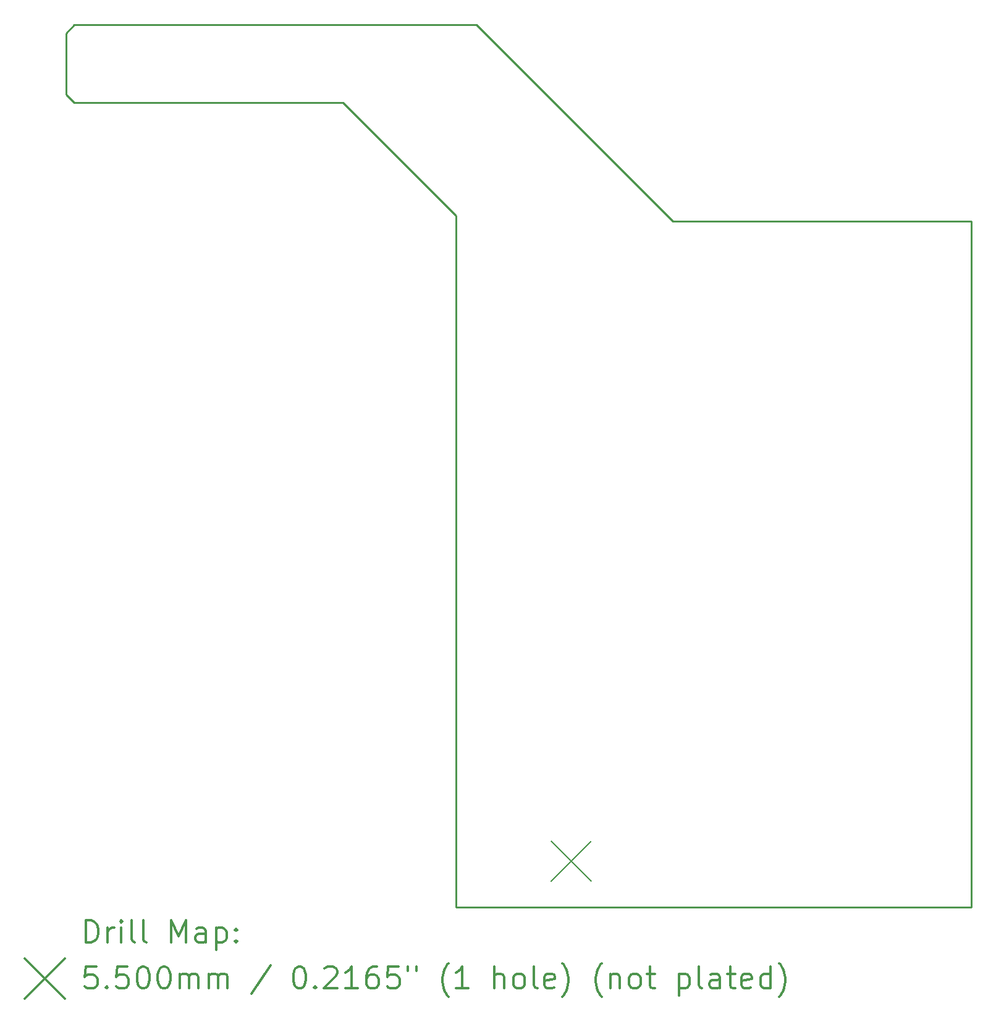
<source format=gbr>
%FSLAX45Y45*%
G04 Gerber Fmt 4.5, Leading zero omitted, Abs format (unit mm)*
G04 Created by KiCad (PCBNEW 5.1.10-1.fc33) date 2021-07-28 00:52:46*
%MOMM*%
%LPD*%
G01*
G04 APERTURE LIST*
%TA.AperFunction,Profile*%
%ADD10C,0.254000*%
%TD*%
%ADD11C,0.200000*%
%ADD12C,0.300000*%
G04 APERTURE END LIST*
D10*
X12268200Y-15475800D02*
X19329400Y-15475800D01*
X19329400Y-15475800D02*
X19329400Y-6077800D01*
X19329400Y-6077800D02*
X15240000Y-6077800D01*
X15240000Y-6077800D02*
X12547600Y-3385400D01*
X12547600Y-3385400D02*
X7035800Y-3385400D01*
X7035800Y-3385400D02*
X6921500Y-3499700D01*
X6921500Y-3499700D02*
X6921500Y-4337900D01*
X6921500Y-4337900D02*
X7035800Y-4452200D01*
X7035800Y-4452200D02*
X10718800Y-4452200D01*
X10718800Y-4452200D02*
X12268200Y-6001600D01*
X12268200Y-6001600D02*
X12268200Y-15475800D01*
D11*
X13568000Y-14565800D02*
X14118000Y-15115800D01*
X14118000Y-14565800D02*
X13568000Y-15115800D01*
D12*
X7195228Y-15954214D02*
X7195228Y-15654214D01*
X7266657Y-15654214D01*
X7309514Y-15668500D01*
X7338086Y-15697071D01*
X7352371Y-15725643D01*
X7366657Y-15782786D01*
X7366657Y-15825643D01*
X7352371Y-15882786D01*
X7338086Y-15911357D01*
X7309514Y-15939929D01*
X7266657Y-15954214D01*
X7195228Y-15954214D01*
X7495228Y-15954214D02*
X7495228Y-15754214D01*
X7495228Y-15811357D02*
X7509514Y-15782786D01*
X7523800Y-15768500D01*
X7552371Y-15754214D01*
X7580943Y-15754214D01*
X7680943Y-15954214D02*
X7680943Y-15754214D01*
X7680943Y-15654214D02*
X7666657Y-15668500D01*
X7680943Y-15682786D01*
X7695228Y-15668500D01*
X7680943Y-15654214D01*
X7680943Y-15682786D01*
X7866657Y-15954214D02*
X7838086Y-15939929D01*
X7823800Y-15911357D01*
X7823800Y-15654214D01*
X8023800Y-15954214D02*
X7995228Y-15939929D01*
X7980943Y-15911357D01*
X7980943Y-15654214D01*
X8366657Y-15954214D02*
X8366657Y-15654214D01*
X8466657Y-15868500D01*
X8566657Y-15654214D01*
X8566657Y-15954214D01*
X8838086Y-15954214D02*
X8838086Y-15797071D01*
X8823800Y-15768500D01*
X8795228Y-15754214D01*
X8738086Y-15754214D01*
X8709514Y-15768500D01*
X8838086Y-15939929D02*
X8809514Y-15954214D01*
X8738086Y-15954214D01*
X8709514Y-15939929D01*
X8695228Y-15911357D01*
X8695228Y-15882786D01*
X8709514Y-15854214D01*
X8738086Y-15839929D01*
X8809514Y-15839929D01*
X8838086Y-15825643D01*
X8980943Y-15754214D02*
X8980943Y-16054214D01*
X8980943Y-15768500D02*
X9009514Y-15754214D01*
X9066657Y-15754214D01*
X9095228Y-15768500D01*
X9109514Y-15782786D01*
X9123800Y-15811357D01*
X9123800Y-15897071D01*
X9109514Y-15925643D01*
X9095228Y-15939929D01*
X9066657Y-15954214D01*
X9009514Y-15954214D01*
X8980943Y-15939929D01*
X9252371Y-15925643D02*
X9266657Y-15939929D01*
X9252371Y-15954214D01*
X9238086Y-15939929D01*
X9252371Y-15925643D01*
X9252371Y-15954214D01*
X9252371Y-15768500D02*
X9266657Y-15782786D01*
X9252371Y-15797071D01*
X9238086Y-15782786D01*
X9252371Y-15768500D01*
X9252371Y-15797071D01*
X6358800Y-16173500D02*
X6908800Y-16723500D01*
X6908800Y-16173500D02*
X6358800Y-16723500D01*
X7338086Y-16284214D02*
X7195228Y-16284214D01*
X7180943Y-16427071D01*
X7195228Y-16412786D01*
X7223800Y-16398500D01*
X7295228Y-16398500D01*
X7323800Y-16412786D01*
X7338086Y-16427071D01*
X7352371Y-16455643D01*
X7352371Y-16527071D01*
X7338086Y-16555643D01*
X7323800Y-16569929D01*
X7295228Y-16584214D01*
X7223800Y-16584214D01*
X7195228Y-16569929D01*
X7180943Y-16555643D01*
X7480943Y-16555643D02*
X7495228Y-16569929D01*
X7480943Y-16584214D01*
X7466657Y-16569929D01*
X7480943Y-16555643D01*
X7480943Y-16584214D01*
X7766657Y-16284214D02*
X7623800Y-16284214D01*
X7609514Y-16427071D01*
X7623800Y-16412786D01*
X7652371Y-16398500D01*
X7723800Y-16398500D01*
X7752371Y-16412786D01*
X7766657Y-16427071D01*
X7780943Y-16455643D01*
X7780943Y-16527071D01*
X7766657Y-16555643D01*
X7752371Y-16569929D01*
X7723800Y-16584214D01*
X7652371Y-16584214D01*
X7623800Y-16569929D01*
X7609514Y-16555643D01*
X7966657Y-16284214D02*
X7995228Y-16284214D01*
X8023800Y-16298500D01*
X8038086Y-16312786D01*
X8052371Y-16341357D01*
X8066657Y-16398500D01*
X8066657Y-16469929D01*
X8052371Y-16527071D01*
X8038086Y-16555643D01*
X8023800Y-16569929D01*
X7995228Y-16584214D01*
X7966657Y-16584214D01*
X7938086Y-16569929D01*
X7923800Y-16555643D01*
X7909514Y-16527071D01*
X7895228Y-16469929D01*
X7895228Y-16398500D01*
X7909514Y-16341357D01*
X7923800Y-16312786D01*
X7938086Y-16298500D01*
X7966657Y-16284214D01*
X8252371Y-16284214D02*
X8280943Y-16284214D01*
X8309514Y-16298500D01*
X8323800Y-16312786D01*
X8338086Y-16341357D01*
X8352371Y-16398500D01*
X8352371Y-16469929D01*
X8338086Y-16527071D01*
X8323800Y-16555643D01*
X8309514Y-16569929D01*
X8280943Y-16584214D01*
X8252371Y-16584214D01*
X8223800Y-16569929D01*
X8209514Y-16555643D01*
X8195228Y-16527071D01*
X8180943Y-16469929D01*
X8180943Y-16398500D01*
X8195228Y-16341357D01*
X8209514Y-16312786D01*
X8223800Y-16298500D01*
X8252371Y-16284214D01*
X8480943Y-16584214D02*
X8480943Y-16384214D01*
X8480943Y-16412786D02*
X8495228Y-16398500D01*
X8523800Y-16384214D01*
X8566657Y-16384214D01*
X8595228Y-16398500D01*
X8609514Y-16427071D01*
X8609514Y-16584214D01*
X8609514Y-16427071D02*
X8623800Y-16398500D01*
X8652371Y-16384214D01*
X8695228Y-16384214D01*
X8723800Y-16398500D01*
X8738086Y-16427071D01*
X8738086Y-16584214D01*
X8880943Y-16584214D02*
X8880943Y-16384214D01*
X8880943Y-16412786D02*
X8895228Y-16398500D01*
X8923800Y-16384214D01*
X8966657Y-16384214D01*
X8995228Y-16398500D01*
X9009514Y-16427071D01*
X9009514Y-16584214D01*
X9009514Y-16427071D02*
X9023800Y-16398500D01*
X9052371Y-16384214D01*
X9095228Y-16384214D01*
X9123800Y-16398500D01*
X9138086Y-16427071D01*
X9138086Y-16584214D01*
X9723800Y-16269929D02*
X9466657Y-16655643D01*
X10109514Y-16284214D02*
X10138086Y-16284214D01*
X10166657Y-16298500D01*
X10180943Y-16312786D01*
X10195228Y-16341357D01*
X10209514Y-16398500D01*
X10209514Y-16469929D01*
X10195228Y-16527071D01*
X10180943Y-16555643D01*
X10166657Y-16569929D01*
X10138086Y-16584214D01*
X10109514Y-16584214D01*
X10080943Y-16569929D01*
X10066657Y-16555643D01*
X10052371Y-16527071D01*
X10038086Y-16469929D01*
X10038086Y-16398500D01*
X10052371Y-16341357D01*
X10066657Y-16312786D01*
X10080943Y-16298500D01*
X10109514Y-16284214D01*
X10338086Y-16555643D02*
X10352371Y-16569929D01*
X10338086Y-16584214D01*
X10323800Y-16569929D01*
X10338086Y-16555643D01*
X10338086Y-16584214D01*
X10466657Y-16312786D02*
X10480943Y-16298500D01*
X10509514Y-16284214D01*
X10580943Y-16284214D01*
X10609514Y-16298500D01*
X10623800Y-16312786D01*
X10638086Y-16341357D01*
X10638086Y-16369929D01*
X10623800Y-16412786D01*
X10452371Y-16584214D01*
X10638086Y-16584214D01*
X10923800Y-16584214D02*
X10752371Y-16584214D01*
X10838086Y-16584214D02*
X10838086Y-16284214D01*
X10809514Y-16327071D01*
X10780943Y-16355643D01*
X10752371Y-16369929D01*
X11180943Y-16284214D02*
X11123800Y-16284214D01*
X11095228Y-16298500D01*
X11080943Y-16312786D01*
X11052371Y-16355643D01*
X11038086Y-16412786D01*
X11038086Y-16527071D01*
X11052371Y-16555643D01*
X11066657Y-16569929D01*
X11095228Y-16584214D01*
X11152371Y-16584214D01*
X11180943Y-16569929D01*
X11195228Y-16555643D01*
X11209514Y-16527071D01*
X11209514Y-16455643D01*
X11195228Y-16427071D01*
X11180943Y-16412786D01*
X11152371Y-16398500D01*
X11095228Y-16398500D01*
X11066657Y-16412786D01*
X11052371Y-16427071D01*
X11038086Y-16455643D01*
X11480943Y-16284214D02*
X11338086Y-16284214D01*
X11323800Y-16427071D01*
X11338086Y-16412786D01*
X11366657Y-16398500D01*
X11438086Y-16398500D01*
X11466657Y-16412786D01*
X11480943Y-16427071D01*
X11495228Y-16455643D01*
X11495228Y-16527071D01*
X11480943Y-16555643D01*
X11466657Y-16569929D01*
X11438086Y-16584214D01*
X11366657Y-16584214D01*
X11338086Y-16569929D01*
X11323800Y-16555643D01*
X11609514Y-16284214D02*
X11609514Y-16341357D01*
X11723800Y-16284214D02*
X11723800Y-16341357D01*
X12166657Y-16698500D02*
X12152371Y-16684214D01*
X12123800Y-16641357D01*
X12109514Y-16612786D01*
X12095228Y-16569929D01*
X12080943Y-16498500D01*
X12080943Y-16441357D01*
X12095228Y-16369929D01*
X12109514Y-16327071D01*
X12123800Y-16298500D01*
X12152371Y-16255643D01*
X12166657Y-16241357D01*
X12438086Y-16584214D02*
X12266657Y-16584214D01*
X12352371Y-16584214D02*
X12352371Y-16284214D01*
X12323800Y-16327071D01*
X12295228Y-16355643D01*
X12266657Y-16369929D01*
X12795228Y-16584214D02*
X12795228Y-16284214D01*
X12923800Y-16584214D02*
X12923800Y-16427071D01*
X12909514Y-16398500D01*
X12880943Y-16384214D01*
X12838086Y-16384214D01*
X12809514Y-16398500D01*
X12795228Y-16412786D01*
X13109514Y-16584214D02*
X13080943Y-16569929D01*
X13066657Y-16555643D01*
X13052371Y-16527071D01*
X13052371Y-16441357D01*
X13066657Y-16412786D01*
X13080943Y-16398500D01*
X13109514Y-16384214D01*
X13152371Y-16384214D01*
X13180943Y-16398500D01*
X13195228Y-16412786D01*
X13209514Y-16441357D01*
X13209514Y-16527071D01*
X13195228Y-16555643D01*
X13180943Y-16569929D01*
X13152371Y-16584214D01*
X13109514Y-16584214D01*
X13380943Y-16584214D02*
X13352371Y-16569929D01*
X13338086Y-16541357D01*
X13338086Y-16284214D01*
X13609514Y-16569929D02*
X13580943Y-16584214D01*
X13523800Y-16584214D01*
X13495228Y-16569929D01*
X13480943Y-16541357D01*
X13480943Y-16427071D01*
X13495228Y-16398500D01*
X13523800Y-16384214D01*
X13580943Y-16384214D01*
X13609514Y-16398500D01*
X13623800Y-16427071D01*
X13623800Y-16455643D01*
X13480943Y-16484214D01*
X13723800Y-16698500D02*
X13738086Y-16684214D01*
X13766657Y-16641357D01*
X13780943Y-16612786D01*
X13795228Y-16569929D01*
X13809514Y-16498500D01*
X13809514Y-16441357D01*
X13795228Y-16369929D01*
X13780943Y-16327071D01*
X13766657Y-16298500D01*
X13738086Y-16255643D01*
X13723800Y-16241357D01*
X14266657Y-16698500D02*
X14252371Y-16684214D01*
X14223800Y-16641357D01*
X14209514Y-16612786D01*
X14195228Y-16569929D01*
X14180943Y-16498500D01*
X14180943Y-16441357D01*
X14195228Y-16369929D01*
X14209514Y-16327071D01*
X14223800Y-16298500D01*
X14252371Y-16255643D01*
X14266657Y-16241357D01*
X14380943Y-16384214D02*
X14380943Y-16584214D01*
X14380943Y-16412786D02*
X14395228Y-16398500D01*
X14423800Y-16384214D01*
X14466657Y-16384214D01*
X14495228Y-16398500D01*
X14509514Y-16427071D01*
X14509514Y-16584214D01*
X14695228Y-16584214D02*
X14666657Y-16569929D01*
X14652371Y-16555643D01*
X14638086Y-16527071D01*
X14638086Y-16441357D01*
X14652371Y-16412786D01*
X14666657Y-16398500D01*
X14695228Y-16384214D01*
X14738086Y-16384214D01*
X14766657Y-16398500D01*
X14780943Y-16412786D01*
X14795228Y-16441357D01*
X14795228Y-16527071D01*
X14780943Y-16555643D01*
X14766657Y-16569929D01*
X14738086Y-16584214D01*
X14695228Y-16584214D01*
X14880943Y-16384214D02*
X14995228Y-16384214D01*
X14923800Y-16284214D02*
X14923800Y-16541357D01*
X14938086Y-16569929D01*
X14966657Y-16584214D01*
X14995228Y-16584214D01*
X15323800Y-16384214D02*
X15323800Y-16684214D01*
X15323800Y-16398500D02*
X15352371Y-16384214D01*
X15409514Y-16384214D01*
X15438086Y-16398500D01*
X15452371Y-16412786D01*
X15466657Y-16441357D01*
X15466657Y-16527071D01*
X15452371Y-16555643D01*
X15438086Y-16569929D01*
X15409514Y-16584214D01*
X15352371Y-16584214D01*
X15323800Y-16569929D01*
X15638086Y-16584214D02*
X15609514Y-16569929D01*
X15595228Y-16541357D01*
X15595228Y-16284214D01*
X15880943Y-16584214D02*
X15880943Y-16427071D01*
X15866657Y-16398500D01*
X15838086Y-16384214D01*
X15780943Y-16384214D01*
X15752371Y-16398500D01*
X15880943Y-16569929D02*
X15852371Y-16584214D01*
X15780943Y-16584214D01*
X15752371Y-16569929D01*
X15738086Y-16541357D01*
X15738086Y-16512786D01*
X15752371Y-16484214D01*
X15780943Y-16469929D01*
X15852371Y-16469929D01*
X15880943Y-16455643D01*
X15980943Y-16384214D02*
X16095228Y-16384214D01*
X16023800Y-16284214D02*
X16023800Y-16541357D01*
X16038086Y-16569929D01*
X16066657Y-16584214D01*
X16095228Y-16584214D01*
X16309514Y-16569929D02*
X16280943Y-16584214D01*
X16223800Y-16584214D01*
X16195228Y-16569929D01*
X16180943Y-16541357D01*
X16180943Y-16427071D01*
X16195228Y-16398500D01*
X16223800Y-16384214D01*
X16280943Y-16384214D01*
X16309514Y-16398500D01*
X16323800Y-16427071D01*
X16323800Y-16455643D01*
X16180943Y-16484214D01*
X16580943Y-16584214D02*
X16580943Y-16284214D01*
X16580943Y-16569929D02*
X16552371Y-16584214D01*
X16495228Y-16584214D01*
X16466657Y-16569929D01*
X16452371Y-16555643D01*
X16438086Y-16527071D01*
X16438086Y-16441357D01*
X16452371Y-16412786D01*
X16466657Y-16398500D01*
X16495228Y-16384214D01*
X16552371Y-16384214D01*
X16580943Y-16398500D01*
X16695228Y-16698500D02*
X16709514Y-16684214D01*
X16738086Y-16641357D01*
X16752371Y-16612786D01*
X16766657Y-16569929D01*
X16780943Y-16498500D01*
X16780943Y-16441357D01*
X16766657Y-16369929D01*
X16752371Y-16327071D01*
X16738086Y-16298500D01*
X16709514Y-16255643D01*
X16695228Y-16241357D01*
M02*

</source>
